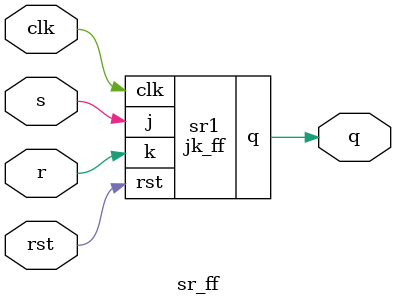
<source format=v>
module jk_ff(
input j,k,clk,rst,
output reg q);
always @(posedge clk or posedge rst)
begin
if(rst)
  q<=1'b0;
else
case({j,k})
2'b00:q<=q;
2'b01:q<=1'b0;
2'b10:q<=1'b1;
2'b11:q<=~q;
endcase
end
endmodule

module sr_ff(
input s,r,clk,rst,
output q);
jk_ff sr1(
.j(s),
.k(r),
.clk(clk),
.rst(rst),
.q(q));
endmodule

</source>
